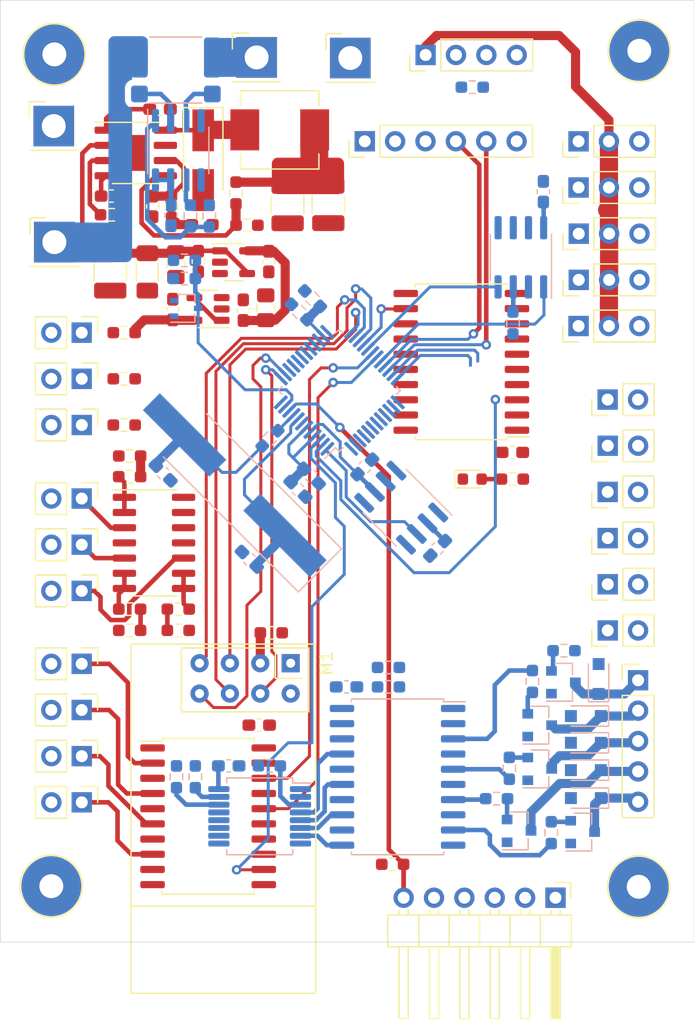
<source format=kicad_pcb>
(kicad_pcb (version 20211014) (generator pcbnew)
  (layers (0 "F.Cu" signal "Front") (31 "B.Cu" signal "Back") (34 "B.Paste" user) (35 "F.Paste" user) (36 "B.SilkS" user "B.Silkscreen") (37 "F.SilkS" user "F.Silkscreen") (38 "B.Mask" user) (39 "F.Mask" user) (44 "Edge.Cuts" user))
  (net 0 "")
  (net 1 "+5V")
  (net 2 "GND")
  (net 3 "+BATT")
  (net 4 "Net-(C8-Pad1)")
  (net 5 "Net-(C9-Pad1)")
  (net 6 "Net-(C9-Pad2)")
  (net 8 "Net-(C12-Pad1)")
  (net 9 "Net-(C13-Pad1)")
  (net 10 "+5VP")
  (net 11 "/output_stage/VCC_74HCT244")
  (net 12 "/MCU/VREF")
  (net 13 "Net-(C23-Pad2)")
  (net 14 "Net-(C24-Pad2)")
  (net 15 "/MCU/VBATT_MONITOR")
  (net 16 "/LED")
  (net 17 "Net-(D2-Pad2)")
  (net 18 "/output_stage/OUTPUT7_ODRAIN")
  (net 19 "/output_stage/OUTPUT8_ODRAIN")
  (net 20 "/output_stage/OUTPUT9_ODRAIN")
  (net 21 "/output_stage/OUTPUT10_ODRAIN")
  (net 22 "/output_stage/OUTPUT11_ODRAIN")
  (net 23 "/I2C_SDA")
  (net 24 "/I2C_SCL")
  (net 25 "/MCU/TEMP1")
  (net 26 "/MCU/TEMP2")
  (net 27 "/MCU/TEMP3")
  (net 28 "/analog_input_stage/V_MONITOR1")
  (net 29 "/analog_input_stage/V_MONITOR2")
  (net 30 "/analog_input_stage/V_MONITOR3")
  (net 31 "/input_stage/INPUT4")
  (net 32 "/input_stage/INPUT3")
  (net 33 "/input_stage/INPUT2")
  (net 34 "/input_stage/INPUT1")
  (net 35 "Net-(J29-Pad2)")
  (net 36 "Net-(J29-Pad3)")
  (net 37 "/SWDIO")
  (net 38 "/SWCLK")
  (net 39 "+3.3V")
  (net 40 "/~{RESET}")
  (net 41 "/output_stage/SERVO1_CMD")
  (net 42 "/output_stage/SERVO2_CMD")
  (net 43 "/output_stage/SERVO3_CMD")
  (net 44 "/output_stage/SERVO4_CMD")
  (net 45 "/output_stage/SERVO5_CMD")
  (net 46 "/output_stage/OUTPUT1_LVL")
  (net 47 "/output_stage/OUTPUT2_LVL")
  (net 48 "/output_stage/OUTPUT3_LVL")
  (net 49 "/output_stage/OUTPUT4_LVL")
  (net 50 "/output_stage/OUTPUT5_LVL")
  (net 51 "/output_stage/OUTPUT6_LVL")
  (net 53 "Net-(R26-Pad2)")
  (net 54 "/CE_NRF24L01")
  (net 55 "/~{CS_NRF24L01}")
  (net 56 "/SPI_SCK")
  (net 57 "/SPI_MOSI")
  (net 58 "/SPI_MISO")
  (net 59 "/IRQ_NRF24L01")
  (net 60 "Net-(Q1-Pad2)")
  (net 61 "Net-(Q2-Pad2)")
  (net 62 "Net-(Q3-Pad2)")
  (net 63 "Net-(Q4-Pad2)")
  (net 64 "Net-(Q5-Pad2)")
  (net 65 "/BAT_SENSE-")
  (net 66 "/BAT_SENSE+")
  (net 67 "/MCU/TX_EN")
  (net 68 "/MCU/EN_5V_PWR")
  (net 71 "Net-(R16-Pad2)")
  (net 72 "Net-(R17-Pad2)")
  (net 73 "Net-(R18-Pad2)")
  (net 75 "Net-(R22-Pad2)")
  (net 78 "/MCU/ADC_MONITOR1")
  (net 80 "Net-(R14-Pad2)")
  (net 81 "/MCU/ADC_MONITOR2")
  (net 82 "Net-(R33-Pad2)")
  (net 83 "/MCU/ADC_MONITOR3")
  (net 84 "Net-(R35-Pad2)")
  (net 85 "/MCU/ADC_CURRENT_MEAS")
  (net 86 "/MCU/USART_RX")
  (net 87 "/MCU/~{RX_EN}")
  (net 88 "/MCU/USART_TX")
  (net 89 "Net-(R34-Pad2)")
  (net 90 "Net-(R36-Pad2)")
  (net 91 "/MCU/PWM1")
  (net 92 "/MCU/PWM2")
  (net 93 "/MCU/PWM3")
  (net 94 "/MCU/PWM4")
  (net 95 "/MCU/OUTPUT3")
  (net 96 "/MCU/OUTPUT2")
  (net 97 "/MCU/OUTPUT1")
  (net 98 "/MCU/PWM5")
  (net 99 "/MCU/OUTPUT8")
  (net 100 "/MCU/OUTPUT9")
  (net 101 "/MCU/OUTPUT10")
  (net 102 "/MCU/OUTPUT11")
  (net 103 "/MCU/OUTPUT7")
  (net 104 "/MCU/OUTPUT6")
  (net 105 "/MCU/OUTPUT5")
  (net 106 "/MCU/OUTPUT4")
  (net 107 "/MCU/~{INT}")
  (net 108 "Net-(R32-Pad2)")
  (net 109 "/MCU/~{EN_VREF}")
  (net 112 "/MCU/INPUT4")
  (net 113 "/MCU/INPUT3")
  (net 114 "/MCU/INPUT2")
  (net 115 "/MCU/INPUT1")
  (net 117 "/GPIO1")
  (net 118 "/GPIO2")
  (net 119 "Net-(R28-Pad2)")
  (net 120 "Net-(R27-Pad2)")
  (net 122 "Net-(J1-Pad1)")
  (footprint "p_Package_SO:SOIC-8-1EP_3.9x4.9mm_P1.27mm_EP2.29x3mm" (layer "F.Cu") (at 61.3664 90.3347)
    (fp_text reference "U2" hide)
    (fp_text value "TPS54332" hide)
  )
  (footprint "p_Package_Capacitor_SMD:C_0603_1608Metric_Pad1.08x0.95mm_HandSolder" (layer "F.Cu") (at 72.4916 99.4156 -90)
    (fp_text reference "C10" hide)
    (fp_text value "4.7u" hide)
  )
  (footprint "p_Package_Misc:PinHeader_1x06_P2.54mm_Horizontal" (layer "F.Cu") (at 96.4692 152.6032 -90)
    (fp_text reference "J16" hide)
    (fp_text value "Conn_HE13_1x6_2.54H" hide)
  )
  (footprint "p_Package_SOT:SOT-23-5" (layer "F.Cu") (at 67.4116 103.378 180)
    (fp_text reference "U4" hide)
    (fp_text value "MCP1804T-3302I_O" hide)
  )
  (footprint "p_Package_Misc:PinHeader_1x06_P2.54mm_Vertical" (layer "F.Cu") (at 80.518 89.3572 90)
    (fp_text reference "J3" hide)
    (fp_text value "Conn_HE13_1x6_2.54V" hide)
  )
  (footprint "p_Package_SO:SO-14_3.9x8.65mm_P1.27mm" (layer "F.Cu") (at 62.8904 122.936)
    (fp_text reference "U5" hide)
    (fp_text value "LMV824AIYDT" hide)
  )
  (footprint "p_Package_Misc:PinHeader_1x03_P2.54mm_Vertical" (layer "F.Cu") (at 98.3996 89.3622 90)
    (fp_text reference "J17" hide)
    (fp_text value "Conn_HE13_1x3_2.54V" hide)
  )
  (footprint "p_Package_SO:SOIC-20W_7.5x12.8mm_P1.27mm" (layer "F.Cu") (at 88.5952 107.7976 180)
    (fp_text reference "U11" hide)
    (fp_text value "74HCT244" hide)
  )
  (footprint "p_Package_Resistor_SMD:R_0603_1608Metric_Pad0.98x0.95mm_HandSolder" (layer "F.Cu") (at 60.4012 109.22 180)
    (fp_text reference "R3" hide)
    (fp_text value "TBD" hide)
  )
  (footprint "p_Package_Resistor_SMD:R_0603_1608Metric_Pad0.98x0.95mm_HandSolder" (layer "F.Cu") (at 64.9224 130.2512 180)
    (fp_text reference "R21" hide)
    (fp_text value "TBD" hide)
  )
  (footprint "p_Package_Resistor_SMD:R_0603_1608Metric_Pad0.98x0.95mm_HandSolder" (layer "F.Cu") (at 60.8584 128.4732 180)
    (fp_text reference "R17" hide)
    (fp_text value "TBD" hide)
  )
  (footprint "p_Package_Resistor_SMD:R_0603_1608Metric_Pad0.98x0.95mm_HandSolder" (layer "F.Cu") (at 64.3636 94.8051 -90)
    (fp_text reference "R13" hide)
    (fp_text value "42.2k" hide)
  )
  (footprint "p_Package_Capacitor_SMD:C_0603_1608Metric_Pad1.08x0.95mm_HandSolder" (layer "F.Cu") (at 62.7888 94.8051 -90)
    (fp_text reference "C12" hide)
    (fp_text value "33p" hide)
  )
  (footprint "p_Package_Capacitor_SMD:C_0603_1608Metric_Pad1.08x0.95mm_HandSolder" (layer "F.Cu") (at 71.6907 138.1728 180)
    (fp_text reference "C17" hide)
    (fp_text value "100n" hide)
  )
  (footprint "p_Package_Resistor_SMD:R_0603_1608Metric_Pad0.98x0.95mm_HandSolder" (layer "F.Cu") (at 60.8584 130.2512)
    (fp_text reference "R20" hide)
    (fp_text value "TBD" hide)
  )
  (footprint "p_Package_Resistor_SMD:R_0603_1608Metric_Pad0.98x0.95mm_HandSolder" (layer "F.Cu") (at 64.9224 128.4732)
    (fp_text reference "R18" hide)
    (fp_text value "TBD" hide)
  )
  (footprint "p_Package_Capacitor_SMD:C_0603_1608Metric_Pad1.08x0.95mm_HandSolder" (layer "F.Cu") (at 63.3984 86.6771 180)
    (fp_text reference "C9" hide)
    (fp_text value "100n" hide)
  )
  (footprint "p_Package_Capacitor_SMD:C_0603_1608Metric_Pad1.08x0.95mm_HandSolder" (layer "F.Cu") (at 64.4652 103.4288 90)
    (fp_text reference "C11" hide)
    (fp_text value "4.7u" hide)
  )
  (footprint "p_Package_SOT:SOT-23-5" (layer "F.Cu") (at 69.5452 99.4664)
    (fp_text reference "U3" hide)
    (fp_text value "MCP1804T-5002I_O" hide)
  )
  (footprint "p_Package_Capacitor_SMD:C_0805_2012Metric_Pad1.18x1.45mm_HandSolder" (layer "F.Cu") (at 64.7192 99.6696 -90)
    (fp_text reference "C3" hide)
    (fp_text value "4.7u" hide)
  )
  (footprint "p_Package_Capacitor_SMD:C_0603_1608Metric_Pad1.08x0.95mm_HandSolder" (layer "F.Cu") (at 59.3344 93.9415)
    (fp_text reference "C8" hide)
    (fp_text value "8.2n" hide)
  )
  (footprint "p_Package_Misc:PinHeader_1x02_P2.54mm_Vertical" (layer "F.Cu") (at 56.8452 119.2276 -90)
    (fp_text reference "J7" hide)
    (fp_text value "Conn_HE13_1x2_2.54V" hide)
  )
  (footprint "p_Package_Misc:PinHeader_1x02_P2.54mm_Vertical" (layer "F.Cu") (at 56.8452 109.22 -90)
    (fp_text reference "J5" hide)
    (fp_text value "Conn_HE13_1x2_2.54V" hide)
  )
  (footprint "p_Package_Capacitor_SMD:C_1210_3225Metric_Pad1.33x2.70mm_HandSolder" (layer "F.Cu") (at 77.47 94.6404 -90)
    (fp_text reference "C15" hide)
    (fp_text value "47u" hide)
  )
  (footprint "p_Package_Resistor_SMD:R_0603_1608Metric_Pad0.98x0.95mm_HandSolder" (layer "F.Cu") (at 70.6647 96.3799)
    (fp_text reference "R15" hide)
    (fp_text value "2k" hide)
  )
  (footprint "p_Package_Resistor_SMD:R_0603_1608Metric_Pad0.98x0.95mm_HandSolder" (layer "F.Cu") (at 92.8624 117.602)
    (fp_text reference "R7" hide)
    (fp_text value "270" hide)
  )
  (footprint "p_Package_Misc:PinHeader_1x05_P2.54mm_Vertical" (layer "F.Cu") (at 103.378 134.4218)
    (fp_text reference "J28" hide)
    (fp_text value "Conn_HE13_1x5_2.54V" hide)
  )
  (footprint "p_Package_Misc:PinHeader_1x01_P5.08mm_Vertical" (layer "F.Cu") (at 71.4756 82.3468)
    (fp_text reference "J1" hide)
    (fp_text value "Conn_HE13_1x1_5.08V" hide)
  )
  (footprint "p_Package_Misc:Drill_hole_5mm" (layer "F.Cu") (at 54.5592 82.0928)
    (fp_text reference "H1" hide)
    (fp_text value "drill_hole_5mm" hide)
  )
  (footprint "p_Package_Diode_SMD:LED_0603_1608Metric" (layer "F.Cu") (at 89.5077 117.602)
    (fp_text reference "D2" hide)
    (fp_text value "LED_R" hide)
  )
  (footprint "p_Package_Misc:PinHeader_1x01_P5.08mm_Vertical" (layer "F.Cu") (at 54.5592 97.79)
    (fp_text reference "J15" hide)
    (fp_text value "Conn_HE13_1x1_5.08V" hide)
  )
  (footprint "p_Package_Misc:PinHeader_1x02_P2.54mm_Vertical" (layer "F.Cu") (at 100.833 118.6738 90)
    (fp_text reference "J24" hide)
    (fp_text value "Conn_HE13_1x2_2.54V" hide)
  )
  (footprint "p_Package_Capacitor_SMD:C_1206_3216Metric_Pad1.33x1.80mm_HandSolder" (layer "F.Cu") (at 62.3316 100.2792 -90)
    (fp_text reference "C5" hide)
    (fp_text value "10u" hide)
  )
  (footprint "p_Package_Misc:PinHeader_1x03_P2.54mm_Vertical" (layer "F.Cu") (at 98.4146 100.9446 90)
    (fp_text reference "J20" hide)
    (fp_text value "Conn_HE13_1x3_2.54V" hide)
  )
  (footprint "p_Package_Resistor_SMD:R_0603_1608Metric_Pad0.98x0.95mm_HandSolder" (layer "F.Cu") (at 72.6967 130.4544 180)
    (fp_text reference "R9" hide)
    (fp_text value "100k" hide)
  )
  (footprint "p_Package_SO:SOIC-20W_7.5x12.8mm_P1.27mm" (layer "F.Cu") (at 67.4224 145.7928)
    (fp_text reference "U7" hide)
    (fp_text value "74HCT244" hide)
  )
  (footprint "p_Package_Capacitor_SMD:C_1210_3225Metric_Pad1.33x2.70mm_HandSolder" (layer "F.Cu") (at 59.2328 100.2792 -90)
    (fp_text reference "C2" hide)
    (fp_text value "22u" hide)
  )
  (footprint "p_Package_Capacitor_SMD:C_0603_1608Metric_Pad1.08x0.95mm_HandSolder" (layer "F.Cu") (at 92.8624 115.3668)
    (fp_text reference "C25" hide)
    (fp_text value "100n" hide)
  )
  (footprint "p_Package_Misc:PinHeader_1x02_P2.54mm_Vertical" (layer "F.Cu") (at 100.838 130.2562 90)
    (fp_text reference "J27" hide)
    (fp_text value "Conn_HE13_1x2_2.54V" hide)
  )
  (footprint "p_Package_Misc:PinHeader_1x03_P2.54mm_Vertical" (layer "F.Cu") (at 98.3996 104.8054 90)
    (fp_text reference "J21" hide)
    (fp_text value "Conn_HE13_1x3_2.54V" hide)
  )
  (footprint "p_Package_Misc:PinHeader_1x02_P2.54mm_Vertical" (layer "F.Cu") (at 56.8502 144.6276 -90)
    (fp_text reference "J13" hide)
    (fp_text value "Conn_HE13_1x2_2.54V" hide)
  )
  (footprint "p_Package_Modules:nRF24L01_Breakout" (layer "F.Cu") (at 74.3204 132.9944 -90)
    (fp_text reference "M1")
    (fp_text value "nRF24L01")
  )
  (footprint "p_Package_Capacitor_SMD:C_1210_3225Metric_Pad1.33x2.70mm_HandSolder" (layer "F.Cu") (at 74.0664 94.6527 -90)
    (fp_text reference "C14" hide)
    (fp_text value "47u" hide)
  )
  (footprint "p_Package_Resistor_SMD:R_0603_1608Metric_Pad0.98x0.95mm_HandSolder" (layer "F.Cu") (at 59.3344 95.504)
    (fp_text reference "R12" hide)
    (fp_text value "100k" hide)
  )
  (footprint "p_Package_Misc:PinHeader_1x02_P2.54mm_Vertical" (layer "F.Cu") (at 100.838 126.3954 90)
    (fp_text reference "J26" hide)
    (fp_text value "Conn_HE13_1x2_2.54V" hide)
  )
  (footprint "p_Package_Misc:Drill_hole_5mm" (layer "F.Cu") (at 103.4288 151.6888)
    (fp_text reference "H3" hide)
    (fp_text value "drill_hole_5mm" hide)
  )
  (footprint "p_Package_Misc:PinHeader_1x02_P2.54mm_Vertical" (layer "F.Cu") (at 56.8452 105.3592 -90)
    (fp_text reference "J4" hide)
    (fp_text value "Conn_HE13_1x2_2.54V" hide)
  )
  (footprint "p_Package_Misc:PinHeader_1x02_P2.54mm_Vertical" (layer "F.Cu") (at 56.8452 126.9492 -90)
    (fp_text reference "J9" hide)
    (fp_text value "Conn_HE13_1x2_2.54V" hide)
  )
  (footprint "p_Package_Misc:PinHeader_1x01_P5.08mm_Vertical" (layer "F.Cu") (at 54.5084 88.0872)
    (fp_text reference "J14" hide)
    (fp_text value "Conn_HE13_1x1_5.08V" hide)
  )
  (footprint "p_Package_Resistor_SMD:R_0603_1608Metric_Pad0.98x0.95mm_HandSolder" (layer "F.Cu") (at 60.4012 105.3592 180)
    (fp_text reference "R2" hide)
    (fp_text value "TBD" hide)
  )
  (footprint "p_Package_Diode_SMD:D_SMA_Handsoldering" (layer "F.Cu") (at 67.0052 90.9443 -90)
    (fp_text reference "D3" hide)
    (fp_text value "B340A" hide)
  )
  (footprint "p_Package_Misc:Drill_hole_5mm" (layer "F.Cu") (at 103.4796 81.793)
    (fp_text reference "H2" hide)
    (fp_text value "drill_hole_5mm" hide)
  )
  (footprint "p_Package_Misc:PinHeader_1x02_P2.54mm_Vertical" (layer "F.Cu") (at 56.8502 140.7668 -90)
    (fp_text reference "J12" hide)
    (fp_text value "Conn_HE13_1x2_2.54V" hide)
  )
  (footprint "p_Package_Capacitor_SMD:C_0603_1608Metric_Pad1.08x0.95mm_HandSolder" (layer "F.Cu") (at 66.9036 96.3291)
    (fp_text reference "C13" hide)
    (fp_text value "1n" hide)
  )
  (footprint "p_Package_Inductor_SMD:L_Vishay_IHLP-2525" (layer "F.Cu") (at 73.406 88.4043)
    (fp_text reference "L1" hide)
    (fp_text value "3.3u" hide)
  )
  (footprint "p_Package_Misc:PinHeader_1x02_P2.54mm_Vertical" (layer "F.Cu") (at 56.8452 123.0884 -90)
    (fp_text reference "J8" hide)
    (fp_text value "Conn_HE13_1x2_2.54V" hide)
  )
  (footprint "p_Package_Misc:PinHeader_1x02_P2.54mm_Vertical" (layer "F.Cu") (at 56.8502 113.0808 -90)
    (fp_text reference "J6" hide)
    (fp_text value "Conn_HE13_1x2_2.54V" hide)
  )
  (footprint "p_Package_Misc:Drill_hole_5mm" (layer "F.Cu") (at 54.3052 151.638)
    (fp_text reference "H4" hide)
    (fp_text value "drill_hole_5mm" hide)
  )
  (footprint "p_Package_Capacitor_SMD:C_0805_2012Metric_Pad1.18x1.45mm_HandSolder" (layer "F.Cu") (at 72.2376 103.2764 90)
    (fp_text reference "C4" hide)
    (fp_text value "4.7u" hide)
  )
  (footprint "p_Package_Misc:PinHeader_1x02_P2.54mm_Vertical" (layer "F.Cu") (at 100.838 114.813 90)
    (fp_text reference "J23" hide)
    (fp_text value "Conn_HE13_1x2_2.54V" hide)
  )
  (footprint "p_Package_Resistor_SMD:R_0603_1608Metric_Pad0.98x0.95mm_HandSolder" (layer "F.Cu") (at 82.8529 149.8092)
    (fp_text reference "R8" hide)
    (fp_text value "10k" hide)
  )
  (footprint "p_Package_Misc:PinHeader_1x02_P2.54mm_Vertical" (layer "F.Cu") (at 100.833 122.5346 90)
    (fp_text reference "J25" hide)
    (fp_text value "Conn_HE13_1x2_2.54V" hide)
  )
  (footprint "p_Package_Resistor_SMD:R_0603_1608Metric_Pad0.98x0.95mm_HandSolder" (layer "F.Cu") (at 60.8603 115.6716)
    (fp_text reference "R19" hide)
    (fp_text value "TBD" hide)
  )
  (footprint "p_Package_Capacitor_SMD:C_0603_1608Metric_Pad1.08x0.95mm_HandSolder" (layer "F.Cu") (at 70.358 103.4796 90)
    (fp_text reference "C7" hide)
    (fp_text value "1u" hide)
  )
  (footprint "p_Package_Misc:PinHeader_1x02_P2.54mm_Vertical" (layer "F.Cu") (at 100.833 110.9522 90)
    (fp_text reference "J22" hide)
    (fp_text value "Conn_HE13_1x2_2.54V" hide)
  )
  (footprint "p_Package_Misc:PinHeader_1x02_P2.54mm_Vertical" (layer "F.Cu") (at 56.8452 133.0452 -90)
    (fp_text reference "J10" hide)
    (fp_text value "Conn_HE13_1x2_2.54V" hide)
  )
  (footprint "p_Package_Resistor_SMD:R_0603_1608Metric_Pad0.98x0.95mm_HandSolder" (layer "F.Cu") (at 69.7484 93.6875 -90)
    (fp_text reference "R14" hide)
    (fp_text value "10k" hide)
  )
  (footprint "p_Package_Misc:PinHeader_1x03_P2.54mm_Vertical" (layer "F.Cu") (at 98.3996 93.223 90)
    (fp_text reference "J18" hide)
    (fp_text value "Conn_HE13_1x3_2.54V" hide)
  )
  (footprint "p_Package_Resistor_SMD:R_0603_1608Metric_Pad0.98x0.95mm_HandSolder" (layer "F.Cu") (at 60.8584 117.3988 180)
    (fp_text reference "R16" hide)
    (fp_text value "TBD" hide)
  )
  (footprint "p_Package_Misc:PinHeader_1x01_P5.08mm_Vertical" (layer "F.Cu") (at 79.3088 82.3976)
    (fp_text reference "J2" hide)
    (fp_text value "Conn_HE13_1x1_5.08V" hide)
  )
  (footprint "p_Package_Misc:PinHeader_1x03_P2.54mm_Vertical" (layer "F.Cu") (at 98.4146 97.0838 90)
    (fp_text reference "J19" hide)
    (fp_text value "Conn_HE13_1x3_2.54V" hide)
  )
  (footprint "p_Package_Misc:PinHeader_1x02_P2.54mm_Vertical" (layer "F.Cu") (at 56.8452 136.906 -90)
    (fp_text reference "J11" hide)
    (fp_text value "Conn_HE13_1x2_2.54V" hide)
  )
  (footprint "p_Package_Resistor_SMD:R_0603_1608Metric_Pad0.98x0.95mm_HandSolder" (layer "F.Cu") (at 60.4012 113.0808 180)
    (fp_text reference "R5" hide)
    (fp_text value "TBD" hide)
  )
  (footprint "p_Package_Misc:PinHeader_1x04_P2.54mm_Vertical" (layer "F.Cu") (at 85.608 82.1436 90)
    (fp_text reference "J29" hide)
    (fp_text value "Conn_HE13_1x4_2.54V" hide)
  )
  (footprint "p_Package_Capacitor_SMD:C_0603_1608Metric_Pad1.08x0.95mm_HandSolder" (layer "F.Cu") (at 66.5988 99.4156 -90)
    (fp_text reference "C6" hide)
    (fp_text value "1u" hide)
  )
  (footprint "p_Package_Resistor_SMD:R_0603_1608Metric_Pad0.98x0.95mm_HandSolder" (layer "B.Cu") (at 65.4323 100.838)
    (fp_text reference "R6" hide)
    (fp_text value "33k" hide)
  )
  (footprint "p_Package_SO:SOIC-8_3.9x4.9mm_P1.27mm" (layer "B.Cu") (at 64.9224 90.1192 -90)
    (fp_text reference "U6" hide)
    (fp_text value "MCP6N11-001E_SN" hide)
  )
  (footprint "p_Package_Resistor_SMD:R_0603_1608Metric_Pad0.98x0.95mm_HandSolder" (layer "B.Cu") (at 96.1136 147.1676 -90)
    (fp_text reference "R36" hide)
    (fp_text value "10k" hide)
  )
  (footprint "p_Package_SO:SSOP-16_5.3x6.2mm_P0.65mm" (layer "B.Cu") (at 71.7296 145.796 180)
    (fp_text reference "U8" hide)
    (fp_text value "TCA9538" hide)
  )
  (footprint "p_Package_Resistor_SMD:R_0603_1608Metric_Pad0.98x0.95mm_HandSolder" (layer "B.Cu") (at 65.9384 95.6056 -90)
    (fp_text reference "R22" hide)
    (fp_text value "R_0603" hide)
  )
  (footprint "p_Package_Capacitor_SMD:C_0603_1608Metric_Pad1.08x0.95mm_HandSolder" (layer "B.Cu") (at 95.4532 93.5736 90)
    (fp_text reference "C1" hide)
    (fp_text value "1u" hide)
  )
  (footprint "p_Package_Resistor_SMD:R_0603_1608Metric_Pad0.98x0.95mm_HandSolder" (layer "B.Cu") (at 76.1492 102.5144 -45)
    (fp_text reference "R28" hide)
    (fp_text value "100k" hide)
  )
  (footprint "p_Package_SOT:SOT-23" (layer "B.Cu") (at 95.1484 138.176)
    (fp_text reference "Q2" hide)
    (fp_text value "BC848B" hide)
  )
  (footprint "p_Package_SOT:SOT-23" (layer "B.Cu") (at 97.1296 134.5892)
    (fp_text reference "Q1" hide)
    (fp_text value "BC848B" hide)
  )
  (footprint "p_Package_QFP:LQFP-48_7x7mm_P0.5mm" (layer "B.Cu") (at 78.3844 110.1852 45)
    (fp_text reference "U10" hide)
    (fp_text value "STM32G030_C8" hide)
  )
  (footprint "p_Package_Capacitor_SMD:C_0603_1608Metric_Pad1.08x0.95mm_HandSolder" (layer "B.Cu") (at 70.86572 124.30732 -45)
    (fp_text reference "C23" hide)
    (fp_text value "DNP" hide)
  )
  (footprint "p_Package_Resistor_SMD:R_0603_1608Metric_Pad0.98x0.95mm_HandSolder" (layer "B.Cu") (at 97.1785 131.9476)
    (fp_text reference "R32" hide)
    (fp_text value "10k" hide)
  )
  (footprint "p_Package_Diode_SMD:D_SOD-323_HandSoldering" (layer "B.Cu") (at 99.0092 144.272 180)
    (fp_text reference "D8" hide)
    (fp_text value "1N4148WS" hide)
  )
  (footprint "p_Package_Resistor_SMD:R_0603_1608Metric_Pad0.98x0.95mm_HandSolder" (layer "B.Cu") (at 64.77 142.494 -90)
    (fp_text reference "R24" hide)
    (fp_text value "10k" hide)
  )
  (footprint "p_Package_Resistor_SMD:R_0603_1608Metric_Pad0.98x0.95mm_HandSolder" (layer "B.Cu") (at 66.3448 142.494 -90)
    (fp_text reference "R25" hide)
    (fp_text value "10k" hide)
  )
  (footprint "p_Package_Resistor_SMD:R_0603_1608Metric_Pad0.98x0.95mm_HandSolder" (layer "B.Cu") (at 89.5096 84.836)
    (fp_text reference "R11" hide)
    (fp_text value "120" hide)
  )
  (footprint "p_Package_Capacitor_SMD:C_0603_1608Metric_Pad1.08x0.95mm_HandSolder" (layer "B.Cu") (at 78.994 134.9756 180)
    (fp_text reference "C26" hide)
    (fp_text value "100n" hide)
  )
  (footprint "p_Package_Capacitor_SMD:C_0603_1608Metric_Pad1.08x0.95mm_HandSolder" (layer "B.Cu") (at 80.518 116.586 45)
    (fp_text reference "C22" hide)
    (fp_text value "100n" hide)
  )
  (footprint "p_Package_Capacitor_SMD:C_0603_1608Metric_Pad1.08x0.95mm_HandSolder" (layer "B.Cu") (at 74.93028 118.46588 -45)
    (fp_text reference "C18" hide)
    (fp_text value "1u" hide)
  )
  (footprint "p_Package_Diode_SMD:D_SOD-323_HandSoldering" (layer "B.Cu") (at 99.0092 139.6492 180)
    (fp_text reference "D6" hide)
    (fp_text value "1N4148WS" hide)
  )
  (footprint "p_Package_Resistor_SMD:R_0603_1608Metric_Pad0.98x0.95mm_HandSolder" (layer "B.Cu") (at 92.6084 141.7809 -90)
    (fp_text reference "R34" hide)
    (fp_text value "10k" hide)
  )
  (footprint "p_Package_SO:SOIC-8_3.9x4.9mm_P1.27mm" (layer "B.Cu") (at 93.5736 99.06 90)
    (fp_text reference "U1" hide)
    (fp_text value "MAX487CSA_ESA" hide)
  )
  (footprint "p_Package_SOT:SOT-23" (layer "B.Cu") (at 93.4212 147.0152)
    (fp_text reference "Q4" hide)
    (fp_text value "BC848B" hide)
  )
  (footprint "p_Package_Resistor_SMD:R_0603_1608Metric_Pad0.98x0.95mm_HandSolder" (layer "B.Cu") (at 92.9132 104.5445 -90)
    (fp_text reference "R10" hide)
    (fp_text value "100k" hide)
  )
  (footprint "p_Package_Capacitor_SMD:C_0603_1608Metric_Pad1.08x0.95mm_HandSolder" (layer "B.Cu") (at 64.3128 95.5548 -90)
    (fp_text reference "C16" hide)
    (fp_text value "100n" hide)
  )
  (footprint "p_Package_Capacitor_SMD:C_0603_1608Metric_Pad1.08x0.95mm_HandSolder" (layer "B.Cu") (at 69.1388 141.5796)
    (fp_text reference "C20" hide)
    (fp_text value "100n" hide)
  )
  (footprint "p_Package_Resistor_SMD:R_0603_1608Metric_Pad0.98x0.95mm_HandSolder" (layer "B.Cu") (at 82.5011 134.9756)
    (fp_text reference "R31" hide)
    (fp_text value "DNP" hide)
  )
  (footprint "p_Package_Resistor_SMD:R_2512_6332Metric_shunt" (layer "B.Cu") (at 64.7192 82.3543)
    (fp_text reference "R1" hide)
    (fp_text value "R_shunt_2512" hide)
  )
  (footprint "p_Package_Resistor_SMD:R_0603_1608Metric_Pad0.98x0.95mm_HandSolder" (layer "B.Cu") (at 82.4992 133.35)
    (fp_text reference "R30" hide)
    (fp_text value "0" hide)
  )
  (footprint "p_Package_SO:SOIC-20W_7.5x12.8mm_P1.27mm" (layer "B.Cu") (at 83.2612 142.494 180)
    (fp_text reference "U12" hide)
    (fp_text value "74HCT244" hide)
  )
  (footprint "p_Package_Resistor_SMD:R_0603_1608Metric_Pad0.98x0.95mm_HandSolder" (layer "B.Cu") (at 72.5932 114.1984 45)
    (fp_text reference "R27" hide)
    (fp_text value "0" hide)
  )
  (footprint "p_Package_SOT:SOT-323" (layer "B.Cu") (at 65.5828 103.3272)
    (fp_text reference "D1" hide)
    (fp_text value "BAT54SW" hide)
  )
  (footprint "p_Package_Resistor_SMD:R_0603_1608Metric_Pad0.98x0.95mm_HandSolder" (layer "B.Cu") (at 65.4323 99.314 180)
    (fp_text reference "R4" hide)
    (fp_text value "120k" hide)
  )
  (footprint "p_Package_Resistor_SMD:R_0603_1608Metric_Pad0.98x0.95mm_HandSolder" (layer "B.Cu") (at 91.5435 144.3228 180)
    (fp_text reference "R35" hide)
    (fp_text value "10k" hide)
  )
  (footprint "p_Package_Capacitor_SMD:C_0603_1608Metric_Pad1.08x0.95mm_HandSolder" (layer "B.Cu") (at 63.6524 117.094 135)
    (fp_text reference "C24" hide)
    (fp_text value "DNP" hide)
  )
  (footprint "p_Package_Diode_SMD:D_SOD-323_HandSoldering" (layer "B.Cu") (at 99.0092 141.9352 180)
    (fp_text reference "D7" hide)
    (fp_text value "1N4148WS" hide)
  )
  (footprint "p_Package_Resistor_SMD:R_0603_1608Metric_Pad0.98x0.95mm_HandSolder" (layer "B.Cu") (at 67.5132 95.6056 90)
    (fp_text reference "R23" hide)
    (fp_text value "R_0603" hide)
  )
  (footprint "p_Package_Resistor_SMD:R_0603_1608Metric_Pad0.98x0.95mm_HandSolder" (layer "B.Cu") (at 75.0316 103.632 -45)
    (fp_text reference "R29" hide)
    (fp_text value "100k" hide)
  )
  (footprint "p_Package_Resistor_SMD:R_0603_1608Metric_Pad0.98x0.95mm_HandSolder" (layer "B.Cu") (at 72.5424 141.5796)
    (fp_text reference "R26" hide)
    (fp_text value "10k" hide)
  )
  (footprint "p_Package_SOT:SOT-23" (layer "B.Cu") (at 95.1484 141.8336)
    (fp_text reference "Q3" hide)
    (fp_text value "BC848B" hide)
  )
  (footprint "p_Package_SO:SOIC-8_3.9x4.9mm_P1.27mm" (layer "B.Cu") (at 83.566 119.9896 135)
    (fp_text reference "U9" hide)
    (fp_text value "REF193GSZ" hide)
  )
  (footprint "p_Package_Capacitor_SMD:C_0603_1608Metric_Pad1.08x0.95mm_HandSolder" (layer "B.Cu") (at 86.614 123.3932 -135)
    (fp_text reference "C21" hide)
    (fp_text value "100n" hide)
  )
  (footprint "p_Package_Misc:Crystal_SMD_HC49-SD_HandSoldering" (layer "B.Cu") (at 69.6468 118.11 135)
    (fp_text reference "Y1" hide)
    (fp_text value "Crystal_HC49CMS" hide)
  )
  (footprint "p_Package_Resistor_SMD:R_0603_1608Metric_Pad0.98x0.95mm_HandSolder" (layer "B.Cu") (at 94.5388 134.5203 90)
    (fp_text reference "R33" hide)
    (fp_text value "10k" hide)
  )
  (footprint "p_Package_Diode_SMD:D_SOD-323_HandSoldering" (layer "B.Cu") (at 100.076 134.3152 90)
    (fp_text reference "D4" hide)
    (fp_text value "1N4148WS" hide)
  )
  (footprint "p_Package_Capacitor_SMD:C_0603_1608Metric_Pad1.08x0.95mm_HandSolder" (layer "B.Cu") (at 76.0476 117.348 -45)
    (fp_text reference "C19" hide)
    (fp_text value "100n" hide)
  )
  (footprint "p_Package_Diode_SMD:D_SOD-323_HandSoldering" (layer "B.Cu") (at 99.0092 137.414 180)
    (fp_text reference "D5" hide)
    (fp_text value "1N4148WS" hide)
  )
  (footprint "p_Package_SOT:SOT-23" (layer "B.Cu") (at 98.7392 147.1168)
    (fp_text reference "Q5" hide)
    (fp_text value "BC848B" hide)
  )
  (gr_rect (start 50.038 77.5716) (end 108.0516 156.3116) (layer "Edge.Cuts") (width 0.05) (fill none))
  (segment (start 70.358 104.3421) (end 72.2094 104.3421) (width 0.762) (layer "F.Cu") (net 1))
  (segment (start 72.4916 98.5531) (end 72.8991 98.5531) (width 0.762) (layer "F.Cu") (net 1))
  (segment (start 68.5491 104.328) (end 68.072218 104.328) (width 0.381) (layer "F.Cu") (net 1))
  (segment (start 66.2741 102.529882) (end 66.2741 102.428) (width 0.381) (layer "F.Cu") (net 1))
  (segment (start 68.072218 104.328) (end 66.2741 102.529882) (width 0.381) (layer "F.Cu") (net 1))
  (segment (start 70.6827 98.5164) (end 72.4549 98.5164) (width 0.762) (layer "F.Cu") (net 1))
  (segment (start 72.8991 98.5531) (end 73.8632 99.5172) (width 0.762) (layer "F.Cu") (net 1))
  (segment (start 72.4549 98.5164) (end 72.4916 98.5531) (width 0.762) (layer "F.Cu") (net 1))
  (segment (start 73.8632 103.4796) (end 73.0289 104.3139) (width 0.762) (layer "F.Cu") (net 1))
  (segment (start 72.2094 104.3421) (end 72.2376 104.3139) (width 0.762) (layer "F.Cu") (net 1))
  (segment (start 73.8632 99.5172) (end 73.8632 103.4796) (width 0.762) (layer "F.Cu") (net 1))
  (segment (start 73.0289 104.3139) (end 72.2376 104.3139) (width 0.762) (layer "F.Cu") (net 1))
  (segment (start 95.4786 94.4615) (end 95.4532 94.4361) (width 0.381) (layer "B.Cu") (net 1))
  (segment (start 95.4786 96.585) (end 95.4786 94.4615) (width 0.381) (layer "B.Cu") (net 1))
  (segment (start 60.1969 95.454) (end 60.2469 95.504) (width 0.762) (layer "F.Cu") (net 2))
  (segment (start 62.0014 89.6997) (end 61.3664 90.3347) (width 0.762) (layer "F.Cu") (net 2))
  (segment (start 60.1969 93.9415) (end 60.4397 93.9415) (width 0.762) (layer "F.Cu") (net 2))
  (segment (start 62.6252 95.504) (end 62.7888 95.6676) (width 0.762) (layer "F.Cu") (net 2))
  (segment (start 66.8659 92.5557) (end 66.8274 92.5942) (width 0.381) (layer "B.Cu") (net 2))
  (segment (start 62.3316 98.7167) (end 64.6346 98.7167) (width 0.762) (layer "F.Cu") (net 3))
  (segment (start 59.2328 98.7167) (end 55.4859 98.7167) (width 1.524) (layer "F.Cu") (net 3))
  (segment (start 64.6346 98.7167) (end 64.7192 98.6321) (width 0.762) (layer "F.Cu") (net 3))
  (segment (start 54.5715 97.8023) (end 54.5592 97.79) (width 0.762) (layer "F.Cu") (net 3))
  (segment (start 56.896 90.3732) (end 57.5695 89.6997) (width 0.381) (layer "F.Cu") (net 3))
  (segment (start 68.884582 98.5164) (end 68.4077 98.5164) (width 0.381) (layer "F.Cu") (net 3))
  (segment (start 62.3316 98.7167) (end 59.2328 98.7167) (width 0.762) (layer "F.Cu") (net 3))
  (segment (start 66.5988 98.5531) (end 64.7982 98.5531) (width 0.762) (layer "F.Cu") (net 3))
  (segment (start 66.6355 98.5164) (end 66.5988 98.5531) (width 0.381) (layer "F.Cu") (net 3))
  (segment (start 64.7982 98.5531) (end 64.7192 98.6321) (width 0.762) (layer "F.Cu") (net 3))
  (segment (start 70.6827 100.4164) (end 70.6827 100.314518) (width 0.381) (layer "F.Cu") (net 3))
  (segment (start 59.2328 98.7167) (end 56.896 96.3799) (width 0.381) (layer "F.Cu") (net 3))
  (segment (start 68.4077 98.5164) (end 66.6355 98.5164) (width 0.381) (layer "F.Cu") (net 3))
  (segment (start 55.4859 98.7167) (end 54.5592 97.79) (width 1.524) (layer "F.Cu") (net 3))
  (segment (start 57.5695 89.6997) (end 58.8914 89.6997) (width 0.381) (layer "F.Cu") (net 3))
  (segment (start 56.896 96.3799) (end 56.896 90.3732) (width 0.381) (layer "F.Cu") (net 3))
  (segment (start 70.6827 100.314518) (end 68.884582 98.5164) (width 0.381) (layer "F.Cu") (net 3))
  (segment (start 58.4719 92.6592) (end 58.8914 92.2397) (width 0.381) (layer "F.Cu") (net 4))
  (segment (start 58.4719 93.9415) (end 58.4719 92.6592) (width 0.381) (layer "F.Cu") (net 4))
  (segment (start 64.2609 86.6771) (end 64.2609 88.0102) (width 0.381) (layer "F.Cu") (net 5))
  (segment (start 64.2609 88.0102) (end 63.8414 88.4297) (width 0.381) (layer "F.Cu") (net 5))
  (segment (start 63.8414 88.4297) (end 66.9906 88.4297) (width 0.381) (layer "F.Cu") (net 5))
  (segment (start 66.9906 88.4297) (end 67.0052 88.4443) (width 0.381) (layer "F.Cu") (net 5))
  (segment (start 70.485 88.4043) (end 67.0452 88.4043) (width 1.524) (layer "F.Cu") (net 5))
  (segment (start 67.0452 88.4043) (end 67.0052 88.4443) (width 1.524) (layer "F.Cu") (net 5))
  (segment (start 59.6777 86.6771) (end 62.5359 86.6771) (width 0.381) (layer "F.Cu") (net 6))
  (segment (start 58.8914 87.4634) (end 59.6777 86.6771) (width 0.381) (layer "F.Cu") (net 6))
  (segment (start 58.8914 88.4297) (end 58.8914 87.4634) (width 0.381) (layer "F.Cu") (net 6))
  (segment (start 65.3796 91.5924) (end 65.3796 92.8766) (width 0.381) (layer "F.Cu") (net 8))
  (segment (start 65.3796 92.8766) (end 64.3636 93.8926) (width 0.381) (layer "F.Cu") (net 8))
  (segment (start 62.7888 93.9426) (end 64.3136 93.9426) (width 0.762) (layer "F.Cu") (net 8))
  (segment (start 64.3136 93.9426) (end 64.3636 93.8926) (width 0.762) (layer "F.Cu") (net 8))
  (segment (start 63.8414 90.9697) (end 64.7569 90.9697) (width 0.381) (layer "F.Cu") (net 8))
  (segment (start 64.7569 90.9697) (end 65.3796 91.5924) (width 0.381) (layer "F.Cu") (net 8))
  (segment (start 64.9347 96.3291) (end 66.0411 96.3291) (width 0.762) (layer "F.Cu") (net 9))
  (segment (start 64.3636 95.758) (end 64.9347 96.3291) (width 0.762) (layer "F.Cu") (net 9))
  (segment (start 64.3636 95.7176) (end 64.3636 95.758) (width 0.762) (layer "F.Cu") (net 9))
  (segment (start 86.5124 80.518) (end 96.774 80.518) (width 0.762) (layer "F.Cu") (net 10))
  (segment (start 69.7484 92.775) (end 73.7512 92.775) (width 0.762) (layer "F.Cu") (net 10))
  (segment (start 100.9546 97.0838) (end 100.9546 100.9446) (width 1.524) (layer "F.Cu") (net 10))
  (segment (start 100.9396 87.5792) (end 98.1456 84.7852) (width 0.762) (layer "F.Cu") (net 10))
  (segment (start 100.9396 94.9452) (end 100.9396 97.0688) (width 1.524) (layer "F.Cu") (net 10))
  (segment (start 73.7512 92.775) (end 74.0664 93.0902) (width 0.762) (layer "F.Cu") (net 10))
  (segment (start 100.9396 97.0688) (end 100.9546 97.0838) (width 1.524) (layer "F.Cu") (net 10))
  (segment (start 100.9396 89.3622) (end 100.9396 87.5792) (width 0.762) (layer "F.Cu") (net 10))
  (segment (start 100.9396 93.223) (end 100.9396 94.9452) (width 1.524) (layer "F.Cu") (net 10))
  (segment (start 85.608 82.1436) (end 85.608 81.4224) (width 0.762) (layer "F.Cu") (net 10))
  (segment (start 100.7872 95.0976) (end 100.9396 94.9452) (width 1.524) (layer "F.Cu") (net 10))
  (segment (start 98.1456 81.8896) (end 98.1456 84.7852) (width 0.762) (layer "F.Cu") (net 10))
  (segment (start 85.608 81.4224) (end 86.5124 80.518) (width 0.762) (layer "F.Cu") (net 10))
  (segment (start 96.774 80.518) (end 98.1456 81.8896) (width 0.762) (layer "F.Cu") (net 10))
  (segment (start 100.9396 100.9596) (end 100.9546 100.9446) (width 1.524) (layer "F.Cu") (net 10))
  (segment (start 100.9396 94.307) (end 100.9396 89.3622) (width 1.524) (layer "F.Cu") (net 10))
  (segment (start 100.9396 104.8054) (end 100.9396 100.9596) (width 1.524) (layer "F.Cu") (net 10))
  (segment (start 76.60026 113.03) (end 77.0128 113.03) (width 0.25) (layer "B.Cu") (net 12))
  (segment (start 81.366898 118.688524) (end 81.366898 118.654658) (width 0.381) (layer "B.Cu") (net 12))
  (segment (start 78.461697 115.749457) (end 79.90812 117.19588) (width 0.25) (layer "B.Cu") (net 12))
  (segment (start 77.0128 113.03) (end 78.461697 114.478897) (width 0.25) (layer "B.Cu") (net 12))
  (segment (start 81.366898 118.654658) (end 79.90812 117.19588) (width 0.381) (layer "B.Cu") (net 12))
  (segment (start 78.461697 114.478897) (end 78.461697 115.749457) (width 0.25) (layer "B.Cu") (net 12))
  (segment (start 75.971398 113.658862) (end 76.60026 113.03) (width 0.25) (layer "B.Cu") (net 12))
  (segment (start 74.3276 113.18134) (end 74.910738 112.598202) (width 0.25) (layer "B.Cu") (net 13))
  (segment (start 74.3276 113.734) (end 74.3276 113.18134) (width 0.25) (layer "B.Cu") (net 13))
  (segment (start 72.6948 120.5992) (end 74.962847 122.867247) (width 0.25) (layer "B.Cu") (net 13))
  (segment (start 71.4756 124.678094) (end 73.845247 122.308447) (width 0.762) (layer "B.Cu") (net 13))
  (segment (start 73.845247 122.308447) (end 70.4596 118.9228) (width 0.25) (layer "B.Cu") (net 13))
  (segment (start 71.4756 124.9172) (end 71.4756 124.678094) (width 0.762) (layer "B.Cu") (net 13))
  (segment (start 70.4596 117.602) (end 74.3276 113.734) (width 0.25) (layer "B.Cu") (net 13))
  (segment (start 70.4596 118.9228) (end 70.4596 117.602) (width 0.25) (layer "B.Cu") (net 13))
  (segment (start 63.04252 116.317386) (end 65.448353 113.911553) (width 0.762) (layer "B.Cu") (net 14))
  (segment (start 63.04252 116.48412) (end 63.04252 116.317386) (width 0.762) (layer "B.Cu") (net 14))
  (segment (start 65.448353 113.911553) (end 68.58 117.0432) (width 0.25) (layer "B.Cu") (net 14))
  (segment (start 69.7484 117.0432) (end 71.947965 114.843635) (width 0.25) (layer "B.Cu") (net 14))
  (segment (start 68.58 117.0432) (end 69.7484 117.0432) (width 0.25) (layer "B.Cu") (net 14))
  (segment (start 74.418015 110.969605) (end 74.418015 110.602877) (width 0.25) (layer "B.Cu") (net 15))
  (segment (start 66.3448 99.314) (end 66.3448 100.838) (width 0.381) (layer "B.Cu") (net 15))
  (segment (start 66.5828 106.2068) (end 66.5828 103.3272) (width 0.25) (layer "B.Cu") (net 15))
  (segment (start 70.5104 110.1344) (end 66.5828 106.2068) (width 0.25) (layer "B.Cu") (net 15))
  (segment (start 73.850078 111.537542) (end 74.418015 110.969605) (width 0.25) (layer "B.Cu") (net 15))
  (segment (start 66.5828 102.1936) (end 66.5828 103.3272) (width 0.381) (layer "B.Cu") (net 15))
  (segment (start 74.418015 110.602877) (end 73.949538 110.1344) (width 0.25) (layer "B.Cu") (net 15))
  (segment (start 66.3448 100.838) (end 66.3448 101.9556) (width 0.381) (layer "B.Cu") (net 15))
  (segment (start 73.949538 110.1344) (end 70.5104 110.1344) (width 0.25) (layer "B.Cu") (net 15))
  (segment (start 66.3448 101.9556) (end 66.5828 102.1936) (width 0.381) (layer "B.Cu") (net 15))
  (segment (start 90.2952 117.602) (end 91.9499 117.602) (width 0.381) (layer "F.Cu") (net 17))
  (segment (start 98.1296 134.9088) (end 98.786 135.5652) (width 0.762) (layer "B.Cu") (net 18))
  (segment (start 100.076 135.5652) (end 102.2346 135.5652) (width 0.762) (layer "B.Cu") (net 18))
  (segment (start 102.2346 135.5652) (end 103.378 134.4218) (width 0.762) (layer "B.Cu") (net 18))
  (segment (start 98.1296 134.5892) (end 98.1296 134.9088) (width 0.762) (layer "B.Cu") (net 18))
  (segment (start 98.786 135.5652) (end 100.076 135.5652) (width 0.762) (layer "B.Cu") (net 18))
  (segment (start 96.1484 138.176) (end 96.4674 138.495) (width 0.762) (layer "B.Cu") (net 19))
  (segment (start 100.2592 137.414) (end 102.9258 137.414) (width 0.762) (layer "B.Cu") (net 19))
  (segment (start 102.9258 137.414) (end 103.378 136.9618) (width 0.762) (layer "B.Cu") (net 19))
  (segment (start 96.4674 138.495) (end 99.1782 138.495) (width 0.762) (layer "B.Cu") (net 19))
  (segment (start 99.1782 138.495) (end 100.2592 137.414) (width 0.762) (layer "B.Cu") (net 19))
  (segment (start 96.1484 141.384) (end 96.8022 140.7302) (width 0.762) (layer "B.Cu") (net 20))
  (segment (start 99.1782 140.7302) (end 100.2592 139.6492) (width 0.762) (layer "B.Cu") (net 20))
  (segment (start 100.2592 139.6492) (end 103.2306 139.6492) (width 0.762) (layer "B.Cu") (net 20))
  (segment (start 96.1484 141.8336) (end 96.1484 141.384) (width 0.762) (layer "B.Cu") (net 20))
  (segment (start 96.8022 140.7302) (end 99.1782 140.7302) (width 0.762) (layer "B.Cu") (net 20))
  (segment (start 103.2306 139.6492) (end 103.378 139.5018) (width 0.762) (layer "B.Cu") (net 20))
  (segment (start 96.8164 143.0528) (end 99.1416 143.0528) (width 0.762) (layer "B.Cu") (net 21))
  (segment (start 94.4212 147.0152) (end 94.4212 145.448) (width 0.762) (layer "B.Cu") (net 21))
  (segment (start 100.3658 142.0418) (end 100.2592 141.9352) (width 0.762) (layer "B.Cu") (net 21))
  (segment (start 99.1416 143.0528) (end 100.2592 141.9352) (width 0.762) (layer "B.Cu") (net 21))
  (segment (start 94.4212 145.448) (end 96.8164 143.0528) (width 0.762) (layer "B.Cu") (net 21))
  (segment (start 103.378 142.0418) (end 100.3658 142.0418) (width 0.762) (layer "B.Cu") (net 21))
  (segment (start 103.0682 144.272) (end 103.378 144.5818) (width 0.762) (layer "B.Cu") (net 22))
  (segment (start 99.7392 147.1168) (end 99.7392 144.792) (width 0.762) (layer "B.Cu") (net 22))
  (segment (start 99.7392 144.792) (end 100.2592 144.272) (width 0.762) (layer "B.Cu") (net 22))
  (segment (start 100.2592 144.272) (end 103.0682 144.272) (width 0.762) (layer "B.Cu") (net 22))
  (segment (start 66.9042 144.171) (end 68.3171 144.171) (width 0.381) (layer "B.Cu") (net 23))
  (segment (start 66.3448 143.4065) (end 66.3448 143.6116) (width 0.381) (layer "B.Cu") (net 23))
  (segment (start 66.3448 143.6116) (end 66.9042 144.171) (width 0.381) (layer "B.Cu") (net 23))
  (segment (start 64.77 143.4065) (end 64.77 144.018) (width 0.381) (layer "B.Cu") (net 24))
  (segment (start 64.77 144.018) (end 65.573 144.821) (width 0.381) (layer "B.Cu") (net 24))
  (segment (start 65.573 144.821) (end 68.3171 144.821) (width 0.381) (layer "B.Cu") (net 24))
  (segment (start 59.2836 121.666) (end 56.8452 119.2276) (width 0.381) (layer "F.Cu") (net 28))
  (segment (start 60.4154 121.666) (end 59.2836 121.666) (width 0.381) (layer "F.Cu") (net 28))
  (segment (start 57.9628 124.206) (end 56.8452 123.0884) (width 0.381) (layer "F.Cu") (net 29))
  (segment (start 60.4154 124.206) (end 57.9628 124.206) (width 0.381) (layer "F.Cu") (net 29))
  (segment (start 58.42 127.4572) (end 57.912 126.9492) (width 0.381) (layer "F.Cu") (net 30))
  (segment (start 65.3654 124.206) (end 64.694782 124.206) (width 0.381) (layer "F.Cu") (net 30))
  (segment (start 59.2855 129.3857) (end 58.42 128.5202) (width 0.381) (layer "F.Cu") (net 30))
  (segment (start 61.260774 127.6077) (end 60.8239 128.044574) (width 0.381) (layer "F.Cu") (net 30))
  (segment (start 58.42 128.5202) (end 58.42 127.4572) (width 0.381) (layer "F.Cu") (net 30))
  (segment (start 64.694782 124.206) (end 61.293082 127.6077) (width 0.381) (layer "F.Cu") (net 30))
  (segment (start 61.293082 127.6077) (end 61.260774 127.6077) (width 0.381) (layer "F.Cu") (net 30))
  (segment (start 60.8239 128.044574) (end 60.8239 129.0157) (width 0.381) (layer "F.Cu") (net 30))
  (segment (start 60.4539 129.3857) (end 60.6552 129.1844) (width 0.381) (layer "F.Cu") (net 30))
  (segment (start 60.8239 129.0157) (end 60.6552 129.1844) (width 0.381) (layer "F.Cu") (net 30))
  (segment (start 59.2855 129.3857) (end 60.4539 129.3857) (width 0.381) (layer "F.Cu") (net 30))
  (segment (start 57.912 126.9492) (end 56.8452 126.9492) (width 0.381) (layer "F.Cu") (net 30))
  (segment (start 59.8424 147.828) (end 59.8424 145.3896) (width 0.381) (layer "F.Cu") (net 31))
  (segment (start 59.8424 145.3896) (end 59.0804 144.6276) (width 0.381) (layer "F.Cu") (net 31))
  (segment (start 60.9822 148.9678) (end 59.8424 147.828) (width 0.381) (layer "F.Cu") (net 31))
  (segment (start 62.7724 148.9678) (end 60.9822 148.9678) (width 0.381) (layer "F.Cu") (net 31))
  (segment (start 59.0804 144.6276) (end 56.8502 144.6276) (width 0.381) (layer "F.Cu") (net 31))
  (segment (start 59.0804 141.478) (end 58.3692 140.7668) (width 0.381) (layer "F.Cu") (net 32))
  (segment (start 62.7724 146.4278) (end 62.253018 146.4278) (width 0.381) (layer "F.Cu") (net 32))
  (segment (start 59.0804 143.255182) (end 59.0804 141.478) (width 0.381) (layer "F.Cu") (net 32))
  (segment (start 58.3692 140.7668) (end 56.8502 140.7668) (width 0.381) (layer "F.Cu") (net 32))
  (segment (start 62.253018 146.4278) (end 59.0804 143.255182) (width 0.381) (layer "F.Cu") (net 32))
  (segment (start 59.8932 137.668) (end 59.8932 143.1544) (width 0.381) (layer "F.Cu") (net 33))
  (segment (start 60.6266 143.8878) (end 62.7724 143.8878) (width 0.381) (layer "F.Cu") (net 33))
  (segment (start 56.8452 136.906) (end 59.1312 136.906) (width 0.381) (layer "F.Cu") (net 33))
  (segment (start 59.8932 143.1544) (end 60.6266 143.8878) (width 0.381) (layer "F.Cu") (net 33))
  (segment (start 59.1312 136.906) (end 59.8932 137.668) (width 0.381) (layer "F.Cu") (net 33))
  (segment (start 60.706 134.62) (end 60.706 140.7668) (width 0.381) (layer "F.Cu") (net 34))
  (segment (start 60.706 140.7668) (end 61.287 141.3478) (width 0.381) (layer "F.Cu") (net 34))
  (segment (start 61.287 141.3478) (end 62.7724 141.3478) (width 0.381) (layer "F.Cu") (net 34))
  (segment (start 59.1312 133.0452) (end 60.706 134.62) (width 0.381) (layer "F.Cu") (net 34))
  (segment (start 56.8452 133.0452) (end 59.1312 133.0452) (width 0.381) (layer "F.Cu") (net 34))
  (segment (start 82.918722 108.832858) (end 84.93358 106.818) (width 0.25) (layer "B.Cu") (net 37))
  (segment (start 89.6984 106.818) (end 89.9668 107.0864) (width 0.25) (layer "B.Cu") (net 37))
  (segment (start 84.93358 106.818) (end 89.6984 106.818) (width 0.25) (layer "B.Cu") (net 37))
  (segment (start 89.9668 107.0864) (end 89.9668 107.7468) (width 0.25) (layer "B.Cu") (net 37))
  (segment (start 83.272276 109.186412) (end 83.272276 109.158124) (width 0.25) (layer "B.Cu") (net 38))
  (segment (start 83.272276 109.158124) (end 85.1624 107.268) (width 0.25) (layer "B.Cu") (net 38))
  (segment (start 89.1324 107.268) (end 89.3572 107.4928) (width 0.25) (layer "B.Cu") (net 38))
  (segment (start 85.1624 107.268) (end 89.1324 107.268) (width 0.25) (layer "B.Cu") (net 38))
  (segment (start 89.3572 107.4928) (end 89.3572 108.1024) (width 0.25) (layer "B.Cu") (net 38))
  (segment (start 62.0787 104.2913) (end 64.4652 104.2913) (width 0.762) (layer "F.Cu") (net 39))
  (segment (start 66.2741 104.328) (end 64.5019 104.328) (width 0.762) (layer "F.Cu") (net 39))
  (segment (start 61.3137 105.0563) (end 62.0787 104.2913) (width 0.762) (layer "F.Cu") (net 39))
  (segment (start 61.3137 105.3592) (end 61.3137 105.0563) (width 0.762) (layer "F.Cu") (net 39))
  (segment (start 64.5019 104.328) (end 64.4652 104.2913) (width 0.762) (layer "F.Cu") (net 39))
  (segment (start 76.324951 114.012415) (end 75.305883 115.031483) (width 0.25) (layer "B.Cu") (net 39))
  (segment (start 75.305883 115.031483) (end 74.538766 115.7986) (width 0.25) (layer "B.Cu") (net 39))
  (segment (start 85.765102 121.324542) (end 87.22388 122.78332) (width 0.381) (layer "B.Cu") (net 39))
  (segment (start 74.538766 115.7986) (end 74.4982 115.7986) (width 0.25) (layer "B.Cu") (net 39))
  (segment (start 74.598777 114.324377) (end 74.422 114.501154) (width 0.25) (layer "B.Cu") (net 39))
  (segment (start 68.2763 143.4802) (end 68.3171 143.521) (width 0.381) (layer "B.Cu") (net 39))
  (segment (start 74.4982 115.7986) (end 75.43772 116.73812) (width 0.25) (layer "B.Cu") (net 39))
  (segment (start 64.3128 94.6923) (end 64.3128 92.6196) (width 0.381) (layer "B.Cu") (net 39))
  (segment (start 63.0174 92.5942) (end 64.2874 92.5942) (width 0.381) (layer "B.Cu") (net 39))
  (segment (start 74.676 117.5004) (end 74.676 117.49984) (width 0.762) (layer "B.Cu") (net 39))
  (segment (start 68.2763 141.5796) (end 68.2763 143.4802) (width 0.381) (layer "B.Cu") (net 39))
  (segment (start 74.168 114.755154) (end 74.168 115.4684) (width 0.25) (layer "B.Cu") (net 39))
  (segment (start 75.617845 113.305309) (end 74.598777 114.324377) (width 0.25) (layer "B.Cu") (net 39))
  (segment (start 74.3204 117.85544) (end 75.43772 116.73812) (width 0.762) (layer "B.Cu") (net 39))
  (segment (start 74.598777 114.324377) (end 74.168 114.755154) (width 0.25) (layer "B.Cu") (net 39))
  (segment (start 74.168 115.4684) (end 74.4982 115.7986) (width 0.25) (layer "B.Cu") (net 39))
  (segment (start 85.765102 121.290676) (end 85.765102 121.324542) (width 0.381) (layer "B.Cu") (net 39))
  (segment (start 74.3204 117.856) (end 74.3204 117.85544) (width 0.762) (layer "B.Cu") (net 39))
  (segment (start 64.3128 92.6196) (end 64.2874 92.5942) (width 0.381) (layer "B.Cu") (net 39))
  (segment (start 75.305883 115.031483) (end 74.894366 115.443) (width 0.25) (layer "B.Cu") (net 39))
  (segment (start 83.7654 151.6342) (end 83.7654 149.8092) (width 0.381) (layer "F.Cu") (net 40))
  (segment (start 78.4352 113.284) (end 82.5297 117.3785) (width 0.381) (layer "F.Cu") (net 40))
  (segment (start 82.5297 148.5735) (end 82.5297 118.2421) (width 0.381) (layer "F.Cu") (net 40))
  (segment (start 83.7692 149.813) (end 83.7654 149.8092) (width 0.381) (layer "F.Cu") (net 40))
  (segment (start 82.5297 118.2421) (end 82.5297 117.7341) (width 0.381) (layer "F.Cu") (net 40))
  (segment (start 83.7654 149.8092) (end 82.5297 148.5735) (width 0.381) (layer "F.Cu") (net 40))
  (segment (start 82.5297 117.3785) (end 82.5297 118.2421) (width 0.381) (layer "F.Cu") (net 40))
  (segment (start 83.7692 152.6032) (end 83.7692 149.813) (width 0.381) (layer "F.Cu") (net 40))
  (segment (start 83.7654 151.6342) (end 83.7692 151.638) (width 0.381) (layer "F.Cu") (net 40))
  (via (at 78.4352 113.284) (size 0.8) (drill 0.4) (layers "F.Cu" "B.Cu") (net 40))
  (segment (start 74.203631 111.891095) (end 74.203631 111.876769) (width 0.25) (layer "B.Cu") (net 40))
  (segment (start 74.771568 111.323158) (end 76.474358 111.323158) (width 0.25) (layer "B.Cu") (net 40))
  (segment (start 74.203631 111.891095) (end 74.771568 111.323158) (width 0.25) (layer "B.Cu") (net 40))
  (segment (start 76.474358 111.323158) (end 78.4352 113.284) (width 0.25) (layer "B.Cu") (net 40))
  (segment (start 83.9198 103.378) (end 83.9452 103.3526) (width 0.25) (layer "F.Cu") (net 44))
  (segment (start 81.8896 103.378) (end 83.9198 103.378) (width 0.25) (layer "F.Cu") (net 44))
  (via (at 81.8896 103.378) (size 0.8) (drill 0.4) (layers "F.Cu" "B.Cu") (net 44))
  (segment (start 81.8896 104.912234) (end 81.8896 103.378) (width 0.25) (layer "B.Cu") (net 44))
  (segment (start 80.443849 106.357985) (end 81.8896 104.912234) (width 0.25) (layer "B.Cu") (net 44))
  (segment (start 93.2198 110.9472) (end 93.2452 110.9726) (width 0.25) (layer "F.Cu") (net 45))
  (segment (start 74.175573 144.821) (end 75.1421 144.821) (width 0.381) (layer "B.Cu") (net 53))
  (segment (start 73.4549 144.100327) (end 74.175573 144.821) (width 0.381) (layer "B.Cu") (net 53))
  (segment (start 73.4549 141.5796) (end 73.4549 144.100327) (width 0.381) (layer "B.Cu") (net 53))
  (segment (start 71.7804 132.9944) (end 71.7804 130.4036) (width 0.762) (layer "F.Cu") (net 54))
  (segment (start 73.086195 134.228605) (end 73.086195 132.349005) (width 0.25) (layer "F.Cu") (net 55))
  (segment (start 73.086195 132.349005) (end 72.7456 132.00841) (width 0.25) (layer "F.Cu") (net 55))
  (segment (start 72.7456 132.00841) (end 72.7456 108.966) (width 0.25) (layer "F.Cu") (net 55))
  (segment (start 71.7804 135.5344) (end 73.086195 134.228605) (width 0.25) (layer "F.Cu") (net 55))
  (segment (start 72.7456 108.966) (end 72.2376 108.458) (width 0.25) (layer "F.Cu") (net 55))
  (via (at 72.2376 108.458) (size 0.8) (drill 0.4) (layers "F.Cu" "B.Cu") (net 55))
  (segment (start 72.7964 108.458) (end 72.2376 108.458) (width 0.25) (layer "B.Cu") (net 55))
  (segment (start 73.496524 109.186412) (end 73.496524 109.158124) (width 0.25) (layer "B.Cu") (net 55))
  (segment (start 73.496524 109.158124) (end 72.7964 108.458) (width 0.25) (layer "B.Cu") (net 55))
  (segment (start 70.5612 106.7308) (end 78.1304 106.7308) (width 0.25) (layer "F.Cu") (net 56))
  (segment (start 79.756 105.1052) (end 79.756 103.6828) (width 0.25) (layer "F.Cu") (net 56))
  (segment (start 78.1304 106.7308) (end 79.756 105.1052) (width 0.25) (layer "F.Cu") (net 56))
  (segment (start 69.2404 132.9944) (end 69.2404 108.0516) (width 0.25) (layer "F.Cu") (net 56))
  (segment (start 69.2404 108.0516) (end 70.5612 106.7308) (width 0.25) (layer "F.Cu") (net 56))
  (via (at 79.756 103.6828) (size 0.8) (drill 0.4) (layers "F.Cu" "B.Cu") (net 56))
  (segment (start 79.9592 104.6988) (end 79.9592 103.886) (width 0.25) (layer "B.Cu") (net 56))
  (segment (start 79.383188 105.274812) (end 79.9084 104.7496) (width 0.25) (layer "B.Cu") (net 56))
  (segment (start 79.9592 103.886) (end 79.756 103.6828) (width 0.25) (layer "B.Cu") (net 56))
  (segment (start 79.383188 105.297324) (end 79.383188 105.274812) (width 0.25) (layer "B.Cu") (net 56))
  (segment (start 79.9084 104.7496) (end 79.9592 104.6988) (width 0.25) (layer "B.Cu") (net 56))
  (segment (start 68.072 108.583604) (end 69.354002 107.301602) (width 0.25) (layer "F.Cu") (net 57))
  (segment (start 68.072 127.8636) (end 68.072 127.508) (width 0.25) (layer "F.Cu") (net 57))
  (segment (start 77.944004 106.2808) (end 70.374804 106.2808) (width 0.25) (layer "F.Cu") (net 57))
  (segment (start 70.374804 106.2808) (end 69.354002 107.301602) (width 0.25) (layer "F.Cu") (net 57))
  (segment (start 79.756 102.5652) (end 79.756 101.7016) (width 0.25) (layer "F.Cu") (net 57))
  (segment (start 69.2404 135.5344) (end 68.072 134.366) (width 0.25) (layer "F.Cu") (net 57))
  (segment (start 68.072 134.366) (end 68.072 127.8636) (width 0.25) (layer "F.Cu") (net 57))
  (segment (start 79.031 103.2902) (end 79.031 105.1422) (width 0.25) (layer "F.Cu") (net 57))
  (segment (start 79.068804 105.156) (end 77.944004 106.2808) (width 0.25) (layer "F.Cu") (net 57))
  (segment (start 79.031 105.1422) (end 79.0448 105.156) (width 0.25) (layer "F.Cu") (net 57))
  (segment (start 79.756 102.5652) (end 79.031 103.2902) (width 0.25) (layer "F.Cu") (net 57))
  (segment (start 79.0448 105.156) (end 79.068804 105.156) (width 0.25) (layer "F.Cu") (net 57))
  (segment (start 69.354002 107.301602) (end 68.4276 108.228004) (width 0.25) (layer "F.Cu") (net 57))
  (segment (start 68.072 127.8636) (end 68.072 108.583604) (width 0.25) (layer "F.Cu") (net 57))
  (via (at 79.756 101.7016) (size 0.8) (drill 0.4) (layers "F.Cu" "B.Cu") (net 57))
  (segment (start 81.026 105.068726) (end 81.026 102.9716) (width 0.25) (layer "B.Cu") (net 57))
  (segment (start 80.090295 106.004431) (end 81.026 105.068726) (width 0.25) (layer "B.Cu") (net 57))
  (segment (start 79.756 101.7016) (end 80.264 101.7016) (width 0.25) (layer "B.Cu") (net 57))
  (segment (start 81.026 102.9716) (end 81.026 102.4636) (width 0.25) (layer "B.Cu") (net 57))
  (segment (start 80.264 101.7016) (end 81.026 102.4636) (width 0.25) (layer "B.Cu") (net 57))
  (segment (start 70.188408 105.8308) (end 67.2592 108.760008) (width 0.25) (layer "F.Cu") (net 58))
  (segment (start 67.2592 128.016) (end 67.2592 128.3208) (width 0.25) (layer "F.Cu") (net 58))
  (segment (start 67.2592 125.8316) (end 67.2592 128.016) (width 0.25) (layer "F.Cu") (net 58))
  (segment (start 78.232 103.2256) (end 78.232 103.3272) (width 0.25) (layer "F.Cu") (net 58))
  (segment (start 67.2592 132.4356) (end 66.7004 132.9944) (width 0.25) (layer "F.Cu") (net 58))
  (segment (start 78.8416 102.616) (end 78.232 103.2256) (width 0.25) (layer "F.Cu") (net 58))
  (segment (start 77.757608 105.8308) (end 70.188408 105.8308) (width 0.25) (layer "F.Cu") (net 58))
  (segment (start 78.232 103.3272) (end 78.232 105.356408) (width 0.25) (layer "F.Cu") (net 58))
  (segment (start 67.2592 125.8316) (end 67.2592 132.4356) (width 0.25) (layer "F.Cu") (net 58))
  (segment (start 78.232 105.356408) (end 77.757608 105.8308) (width 0.25) (layer "F.Cu") (net 58))
  (segment (start 67.2592 108.760008) (end 67.2592 125.8316) (width 0.25) (layer "F.Cu") (net 58))
  (via (at 78.8416 102.616) (size 0.8) (drill 0.4) (layers "F.Cu" "B.Cu") (net 58))
  (segment (start 79.828043 102.688043) (end 79.658743 102.688043) (width 0.25) (layer "B.Cu") (net 58))
  (segment (start 79.756 102.616) (end 80.0608 102.9208) (width 0.25) (layer "B.Cu") (net 58))
  (segment (start 80.481 103.341) (end 80.0608 102.9208) (width 0.25) (layer "B.Cu") (net 58))
  (segment (start 78.8416 102.616) (end 79.756 102.616) (width 0.25) (layer "B.Cu") (net 58))
  (segment (start 80.481 104.90662) (end 80.481 103.341) (width 0.25) (layer "B.Cu") (net 58))
  (segment (start 80.0608 102.9208) (end 79.828043 102.688043) (width 0.25) (layer "B.Cu") (net 58))
  (segment (start 79.736742 105.650878) (end 80.481 104.90662) (width 0.25) (layer "B.Cu") (net 58))
  (segment (start 71.1708 108.1024) (end 71.1708 109.227805) (width 0.25) (layer "F.Cu") (net 59))
  (segment (start 70.6628 135.7376) (end 70.6628 131.7752) (width 0.25) (layer "F.Cu") (net 59))
  (segment (start 72.2376 107.4928) (end 71.7804 107.4928) (width 0.25) (layer "F.Cu") (net 59))
  (segment (start 70.6628 128.15279) (end 70.6628 131.7752) (width 0.25) (layer "F.Cu") (net 59))
  (segment (start 71.1708 109.227805) (end 71.827297 109.884303) (width 0.25) (layer "F.Cu") (net 59))
  (segment (start 71.827297 109.884303) (end 71.827297 126.988293) (width 0.25) (layer "F.Cu") (net 59))
  (segment (start 71.827297 126.988293) (end 70.6628 128.15279) (width 0.25) (layer "F.Cu") (net 59))
  (segment (start 71.7804 107.4928) (end 71.1708 108.1024) (width 0.25) (layer "F.Cu") (net 59))
  (segment (start 66.7004 135.5344) (end 67.8688 136.7028) (width 0.25) (layer "F.Cu") (net 59))
  (segment (start 69.6976 136.7028) (end 70.6628 135.7376) (width 0.25) (layer "F.Cu") (net 59))
  (segment (start 70.6628 131.7752) (end 70.6628 131.4704) (width 0.25) (layer "F.Cu") (net 59))
  (segment (start 67.8688 136.7028) (end 69.6976 136.7028) (width 0.25) (layer "F.Cu") (net 59))
  (via (at 72.2376 107.4928) (size 0.8) (drill 0.4) (layers "F.Cu" "B.Cu") (net 59))
  (segment (start 72.51002 107.4928) (end 72.70401 107.68679) (width 0.25) (layer "B.Cu") (net 59))
  (segment (start 72.2376 107.4928) (end 72.51002 107.4928) (width 0.25) (layer "B.Cu") (net 59))
  (segment (start 73.850078 108.832858) (end 72.70401 107.68679) (width 0.25) (layer "B.Cu") (net 59))
  (segment (start 96.266 131.9476) (end 96.266 133.5028) (width 0.381) (layer "B.Cu") (net 60))
  (segment (start 96.266 133.5028) (end 96.1296 133.6392) (width 0.381) (layer "B.Cu") (net 60))
  (segment (start 94.1484 135.8232) (end 94.5388 135.4328) (width 0.381) (layer "B.Cu") (net 61))
  (segment (start 94.1484 137.226) (end 94.1484 135.8232) (width 0.381) (layer "B.Cu") (net 61))
  (segment (start 92.6236 140.8836) (end 92.6084 140.8684) (width 0.381) (layer "B.Cu") (net 62))
  (segment (start 94.1484 140.8836) (end 92.6236 140.8836) (width 0.381) (layer "B.Cu") (net 62))
  (segment (start 92.4212 146.0652) (end 92.4212 144.3576) (width 0.381) (layer "B.Cu") (net 63))
  (segment (start 92.4212 144.3576) (end 92.456 144.3228) (width 0.381) (layer "B.Cu") (net 63))
  (segment (start 97.6509 146.2551) (end 97.7392 146.1668) (width 0.381) (layer "B.Cu") (net 64))
  (segment (start 96.1136 146.2551) (end 97.6509 146.2551) (width 0.381) (layer "B.Cu") (net 64))
  (segment (start 64.2874 87.6442) (end 64.2874 86.233) (width 0.381) (layer "B.Cu") (net 65))
  (segment (start 64.2874 86.233) (end 63.4567 85.4023) (width 0.381) (layer "B.Cu") (net 65))
  (segment (start 63.4567 85.4023) (end 61.6712 85.4023) (width 0.381) (layer "B.Cu") (net 65))
  (segment (start 65.5574 86.0806) (end 66.2357 85.4023) (width 0.381) (layer "B.Cu") (net 66))
  (segment (start 66.2357 85.4023) (end 67.7672 85.4023) (width 0.381) (layer "B.Cu") (net 66))
  (segment (start 65.5574 87.6442) (end 65.5574 86.0806) (width 0.381) (layer "B.Cu") (net 66))
  (segment (start 92.9386 103.6066) (end 92.9132 103.632) (width 0.381) (layer "B.Cu") (net 67))
  (segment (start 92.9386 101.535) (end 92.9386 103.6066) (width 0.381) (layer "B.Cu") (net 67))
  (segment (start 58.4219 95.504) (end 57.5259 94.608) (width 0.381) (layer "F.Cu") (net 68))
  (segment (start 57.5259 94.608) (end 57.5259 91.1657) (width 0.381) (layer "F.Cu") (net 68))
  (segment (start 57.7219 90.9697) (end 58.8914 90.9697) (width 0.381) (layer "F.Cu") (net 68))
  (segment (start 57.5259 91.1657) (end 57.7219 90.9697) (width 0.381) (layer "F.Cu") (net 68))
  (segment (start 60.4154 119.126) (end 60.4154 117.8683) (width 0.381) (layer "F.Cu") (net 71))
  (segment (start 60.4154 117.8683) (end 59.9459 117.3988) (width 0.381) (layer "F.Cu") (net 71))
  (segment (start 60.4154 120.396) (end 60.4154 119.126) (width 0.381) (layer "F.Cu") (net 71))
  (segment (start 60.4154 125.476) (end 60.4154 126.746) (width 0.381) (layer "F.Cu") (net 72))
  (segment (start 59.9459 128.4732) (end 59.9459 127.2155) (width 0.381) (layer "F.Cu") (net 72))
  (segment (start 59.9459 127.2155) (end 60.4154 126.746) (width 0.381) (layer "F.Cu") (net 72))
  (segment (start 65.3654 126.746) (end 65.3654 128.0037) (width 0.381) (layer "F.Cu") (net 73))
  (segment (start 65.3654 128.0037) (end 65.8349 128.4732) (width 0.381) (layer "F.Cu") (net 73))
  (segment (start 65.3654 125.476) (end 65.3654 126.746) (width 0.381) (layer "F.Cu") (net 73))
  (segment (start 62.3269 88.3347) (end 62.3269 95.857026) (width 0.381) (layer "B.Cu") (net 75))
  (segment (start 65.0729 97.3836) (end 65.9384 96.5181) (width 0.381) (layer "B.Cu") (net 75))
  (segment (start 65.9384 96.5181) (end 67.5132 96.5181) (width 0.381) (layer "B.Cu") (net 75))
  (segment (start 62.3269 95.857026) (end 63.853474 97.3836) (width 0.381) (layer "B.Cu") (net 75))
  (segment (start 63.0174 87.6442) (end 62.3269 88.3347) (width 0.381) (layer "B.Cu") (net 75))
  (segment (start 63.853474 97.3836) (end 65.0729 97.3836) (width 0.381) (layer "B.Cu") (net 75))
  (segment (start 61.7728 115.6716) (end 61.7728 117.3969) (width 0.762) (layer "F.Cu") (net 78))
  (segment (start 61.7728 117.3969) (end 61.7709 117.3988) (width 0.762) (layer "F.Cu") (net 78))
  (segment (start 61.8537 93.452074) (end 61.8537 96.1945) (width 0.381) (layer "F.Cu") (net 80))
  (segment (start 63.8414 92.2397) (end 63.066074 92.2397) (width 0.381) (layer "F.Cu") (net 80))
  (segment (start 69.7522 94.6038) (end 69.7484 94.6) (width 0.762) (layer "F.Cu") (net 80))
  (segment (start 69.7522 96.3799) (end 69.7522 94.6038) (width 0.762) (layer "F.Cu") (net 80))
  (segment (start 61.8537 96.1945) (end 62.4085 96.7493) (width 0.381) (layer "F.Cu") (net 80))
  (segment (start 68.9009 97.2312) (end 69.7522 96.3799) (width 0.381) (layer "F.Cu") (net 80))
  (segment (start 63.066074 92.2397) (end 61.8537 93.452074) (width 0.381) (layer "F.Cu") (net 80))
  (segment (start 62.8904 97.2312) (end 68.9009 97.2312) (width 0.381) (layer "F.Cu") (net 80))
  (segment (start 61.8537 96.1945) (end 62.8904 97.2312) (width 0.381) (layer "F.Cu") (net 80))
  (segment (start 61.7709 128.4732) (end 61.7709 130.1496) (width 0.381) (layer "F.Cu") (net 81))
  (segment (start 91.3892 138.684) (end 90.7542 139.319) (width 0.381) (layer "B.Cu") (net 82))
  (segment (start 92.6046 133.6078) (end 91.3892 134.8232) (width 0.381) (layer "B.Cu") (net 82))
  (segment (start 90.7542 139.319) (end 87.9112 139.319) (width 0.381) (layer "B.Cu") (net 82))
  (segment (start 91.3892 134.8232) (end 91.3892 138.684) (width 0.381) (layer "B.Cu") (net 82))
  (segment (start 94.5388 133.6078) (end 92.6046 133.6078) (width 0.381) (layer "B.Cu") (net 82))
  (segment (start 64.0099 128.4732) (end 64.0099 130.1477) (width 0.381) (layer "F.Cu") (net 83))
  (segment (start 64.0099 130.1477) (end 64.0118 130.1496) (width 0.381) (layer "F.Cu") (net 83))
  (segment (start 90.5548 144.399) (end 90.631 144.3228) (width 0.381) (layer "B.Cu") (net 84))
  (segment (start 87.9112 144.399) (end 90.5548 144.399) (width 0.381) (layer "B.Cu") (net 84))
  (segment (start 65.5574 94.3121) (end 65.9384 94.6931) (width 0.381) (layer "B.Cu") (net 85))
  (segment (start 65.5574 92.5942) (end 65.5574 94.3121) (width 0.381) (layer "B.Cu") (net 85))
  (segment (start 84.98576 104.6445) (end 94.7455 104.6445) (width 0.25) (layer "B.Cu") (net 86))
  (segment (start 95.504 103.886) (end 95.504 101.5604) (width 0.25) (layer "B.Cu") (net 86))
  (segment (start 81.858062 107.772198) (end 84.98576 104.6445) (width 0.25) (layer "B.Cu") (net 86))
  (segment (start 94.7455 104.6445) (end 95.504 103.886) (width 0.25) (layer "B.Cu") (net 86))
  (segment (start 95.504 101.5604) (end 95.4786 101.535) (width 0.25) (layer "B.Cu") (net 86))
  (segment (start 80.797402 106.711538) (end 85.97394 101.535) (width 0.25) (layer "B.Cu") (net 88))
  (segment (start 85.97394 101.535) (end 91.6686 101.535) (width 0.25) (layer "B.Cu") (net 88))
  (segment (start 91.774 141.859) (end 92.6084 142.6934) (width 0.381) (layer "B.Cu") (net 89))
  (segment (start 87.9112 141.859) (end 91.774 141.859) (width 0.381) (layer "B.Cu") (net 89))
  (segment (start 96.1136 148.0801) (end 95.1465 149.0472) (width 0.381) (layer "B.Cu") (net 90))
  (segment (start 90.9828 147.3708) (end 90.551 146.939) (width 0.381) (layer "B.Cu") (net 90))
  (segment (start 90.9828 148.1578) (end 90.9828 147.3708) (width 0.381) (layer "B.Cu") (net 90))
  (segment (start 91.8722 149.0472) (end 90.9828 148.1578) (width 0.381) (layer "B.Cu") (net 90))
  (segment (start 95.1465 149.0472) (end 91.8722 149.0472) (width 0.381) (layer "B.Cu") (net 90))
  (segment (start 90.551 146.939) (end 87.9112 146.939) (width 0.381) (layer "B.Cu") (net 90))
  (via (at 91.44 110.9472) (size 0.8) (drill 0.4) (layers "F.Cu" "B.Cu") (net 96))
  (segment (start 87.5792 125.4252) (end 91.2876 121.7168) (width 0.25) (layer "B.Cu") (net 96))
  (segment (start 76.464121 115.681721) (end 78.51555 117.73315) (width 0.25) (layer "B.Cu") (net 96))
  (segment (start 91.2876 121.7168) (end 91.44 121.5644) (width 0.25) (layer "B.Cu") (net 96))
  (segment (start 77.032058 114.719522) (end 76.464121 115.287459) (width 0.25) (layer "B.Cu") (net 96))
  (segment (start 91.44 121.5644) (end 91.44 110.9472) (width 0.25) (layer "B.Cu") (net 96))
  (segment (start 78.51555 118.89325) (end 78.51555 119.30795) (width 0.25) (layer "B.Cu") (net 96))
  (segment (start 78.51555 119.30795) (end 84.6328 125.4252) (width 0.25) (layer "B.Cu") (net 96))
  (segment (start 78.51555 117.73315) (end 78.51555 118.89325) (width 0.25) (layer "B.Cu") (net 96))
  (segment (start 76.464121 115.287459) (end 76.464121 115.681721) (width 0.25) (layer "B.Cu") (net 96))
  (segment (start 84.6328 125.4252) (end 87.5792 125.4252) (width 0.25) (layer "B.Cu") (net 96))
  (segment (start 76.253284 145.471) (end 76.5842 145.140084) (width 0.381) (layer "B.Cu") (net 99))
  (segment (start 76.5842 141.3986) (end 77.3938 140.589) (width 0.381) (layer "B.Cu") (net 99))
  (segment (start 75.1421 145.471) (end 76.253284 145.471) (width 0.381) (layer "B.Cu") (net 99))
  (segment (start 76.5842 145.140084) (end 76.5842 141.3986) (width 0.381) (layer "B.Cu") (net 99))
  (segment (start 77.3938 140.589) (end 78.6112 140.589) (width 0.381) (layer "B.Cu") (net 99))
  (segment (start 77.1652 145.380742) (end 77.1652 143.4084) (width 0.381) (layer "B.Cu") (net 100))
  (segment (start 76.424942 146.121) (end 77.1652 145.380742) (width 0.381) (layer "B.Cu") (net 100))
  (segment (start 77.1652 143.4084) (end 77.4446 143.129) (width 0.381) (layer "B.Cu") (net 100))
  (segment (start 77.4446 143.129) (end 78.6112 143.129) (width 0.381) (layer "B.Cu") (net 100))
  (segment (start 75.1421 146.121) (end 76.424942 146.121) (width 0.381) (layer "B.Cu") (net 100))
  (segment (start 78.6112 145.669) (end 77.6986 145.669) (width 0.381) (layer "B.Cu") (net 101))
  (segment (start 76.5966 146.771) (end 75.4469 146.771) (width 0.381) (layer "B.Cu") (net 101))
  (segment (start 77.6986 145.669) (end 76.5966 146.771) (width 0.381) (layer "B.Cu") (net 101))
  (segment (start 77.343 148.209) (end 78.6112 148.209) (width 0.381) (layer "B.Cu") (net 102))
  (segment (start 76.555 147.421) (end 77.343 148.209) (width 0.381) (layer "B.Cu") (net 102))
  (segment (start 75.4469 147.421) (end 76.555 147.421) (width 0.381) (layer "B.Cu") (net 102))
  (segment (start 83.836374 121.158) (end 81.026 121.158) (width 0.25) (layer "B.Cu") (net 109))
  (segment (start 78.96555 116.889706) (end 77.409056 115.333212) (width 0.25) (layer "B.Cu") (net 109))
  (segment (start 81.026 121.158) (end 78.96555 119.09755) (width 0.25) (layer "B.Cu") (net 109))
  (segment (start 84.867076 122.188702) (end 83.836374 121.158) (width 0.25) (layer "B.Cu") (net 109))
  (segment (start 78.96555 119.09755) (end 78.96555 116.889706) (width 0.25) (layer "B.Cu") (net 109))
  (segment (start 69.7992 150.2664) (end 72.0438 150.2664) (width 0.25) (layer "F.Cu") (net 112))
  (segment (start 72.0438 150.2664) (end 72.0724 150.2378) (width 0.25) (layer "F.Cu") (net 112))
  (via (at 69.7992 150.2664) (size 0.8) (drill 0.4) (layers "F.Cu" "B.Cu") (net 112))
  (segment (start 78.06555 117.919546) (end 78.06555 120.815146) (width 0.25) (layer "B.Cu") (net 112))
  (segment (start 72.4424 147.6232) (end 69.7992 150.2664) (width 0.25) (layer "B.Cu") (net 112))
  (segment (start 78.06555 120.815146) (end 78.802802 121.552398) (width 0.25) (layer "B.Cu") (net 112))
  (segment (start 76.678505 114.365969) (end 76.014121 115.030353) (width 0.25) (layer "B.Cu") (net 112))
  (segment (start 72.4424 147.5216) (end 72.4424 147.6232) (width 0.25) (layer "B.Cu") (net 112))
  (segment (start 78.802802 121.552398) (end 78.802802 125.108398) (width 0.25) (layer "B.Cu") (net 112))
  (segment (start 78.802802 125.108398) (end 78.802802 125.565598) (width 0.25) (layer "B.Cu") (net 112))
  (segment (start 74.102305 139.6492) (end 72.4424 141.309105) (width 0.25) (layer "B.Cu") (net 112))
  (segment (start 72.4424 141.309105) (end 72.4424 147.5216) (width 0.25) (layer "B.Cu") (net 112))
  (segment (start 76.014121 115.868117) (end 78.06555 117.919546) (width 0.25) (layer "B.Cu") (net 112))
  (segment (start 78.802802 125.565598) (end 76.0984 128.27) (width 0.25) (layer "B.Cu") (net 112))
  (segment (start 76.0984 139.6492) (end 74.102305 139.6492) (width 0.25) (layer "B.Cu") (net 112))
  (segment (start 76.0984 128.27) (end 76.0984 139.6492) (width 0.25) (layer "B.Cu") (net 112))
  (segment (start 76.014121 115.030353) (end 76.014121 115.868117) (width 0.25) (layer "B.Cu") (net 112))
  (segment (start 74.1458 145.1578) (end 72.0724 145.1578) (width 0.25) (layer "F.Cu") (net 114))
  (segment (start 76.6064 110.7948) (end 76.6064 142.6972) (width 0.25) (layer "F.Cu") (net 114))
  (segment (start 77.8764 109.5248) (end 76.6064 110.7948) (width 0.25) (layer "F.Cu") (net 114))
  (segment (start 76.6064 142.6972) (end 74.1458 145.1578) (width 0.25) (layer "F.Cu") (net 114))
  (via (at 77.8764 109.5248) (size 0.8) (drill 0.4) (layers "F.Cu" "B.Cu") (net 114))
  (segment (start 77.8764 109.5248) (end 79.398354 109.5248) (width 0.25) (layer "B.Cu") (net 114))
  (segment (start 81.504509 107.418645) (end 79.856577 109.066577) (width 0.25) (layer "B.Cu") (net 114))
  (segment (start 79.398354 109.5248) (end 79.856577 109.066577) (width 0.25) (layer "B.Cu") (net 114))
  (segment (start 75.8952 110.744) (end 75.8952 140.7668) (width 0.25) (layer "F.Cu") (net 115))
  (segment (start 75.8952 140.7668) (end 74.0442 142.6178) (width 0.25) (layer "F.Cu") (net 115))
  (segment (start 77.8764 108.3056) (end 76.8604 108.3056) (width 0.25) (layer "F.Cu") (net 115))
  (segment (start 75.8952 110.480695) (end 75.8952 110.744) (width 0.25) (layer "F.Cu") (net 115))
  (segment (start 76.8604 108.3056) (end 75.8952 109.2708) (width 0.25) (layer "F.Cu") (net 115))
  (segment (start 74.0442 142.6178) (end 72.0724 142.6178) (width 0.25) (layer "F.Cu") (net 115))
  (segment (start 75.8952 109.2708) (end 75.8952 110.744) (width 0.25) (layer "F.Cu") (net 115))
  (via (at 77.8764 108.3056) (size 0.8) (drill 0.4) (layers "F.Cu" "B.Cu") (net 115))
  (segment (start 79.910446 108.3056) (end 77.8764 108.3056) (width 0.25) (layer "B.Cu") (net 115))
  (segment (start 80.164446 108.0516) (end 79.910446 108.3056) (width 0.25) (layer "B.Cu") (net 115))
  (segment (start 81.150955 107.065091) (end 80.164446 108.0516) (width 0.25) (layer "B.Cu") (net 115))
  (segment (start 90.097 91.3162) (end 90.097 104.975) (width 0.381) (layer "F.Cu") (net 117))
  (segment (start 88.138 89.3572) (end 90.097 91.3162) (width 0.381) (layer "F.Cu") (net 117))
  (segment (start 90.097 104.975) (end 89.6112 105.4608) (width 0.381) (layer "F.Cu") (net 117))
  (via (at 89.6112 105.4608) (size 0.8) (drill 0.4) (layers "F.Cu" "B.Cu") (net 117))
  (segment (start 82.211615 108.125751) (end 82.779552 107.557814) (width 0.25) (layer "B.Cu") (net 117))
  (segment (start 82.211615 108.125751) (end 84.419366 105.918) (width 0.25) (layer "B.Cu") (net 117))
  (segment (start 88.138 105.918) (end 89.154 105.918) (width 0.25) (layer "B.Cu") (net 117))
  (segment (start 89.154 105.918) (end 89.6112 105.4608) (width 0.25) (layer "B.Cu") (net 117))
  (segment (start 84.419366 105.918) (end 88.138 105.918) (width 0.25) (layer "B.Cu") (net 117))
  (segment (start 90.678 89.3572) (end 90.678 106.3752) (width 0.381) (layer "F.Cu") (net 118))
  (via (at 90.678 106.3752) (size 0.8) (drill 0.4) (layers "F.Cu" "B.Cu") (net 118))
  (segment (start 88.9436 106.368) (end 90.874 106.368) (width 0.25) (layer "B.Cu") (net 118))
  (segment (start 82.565169 108.479305) (end 84.676474 106.368) (width 0.25) (layer "B.Cu") (net 118))
  (segment (start 84.676474 106.368) (end 88.9436 106.368) (width 0.25) (layer "B.Cu") (net 118))
  (segment (start 76.794435 103.159635) (end 75.676835 104.277235) (width 0.762) (layer "B.Cu") (net 119))
  (segment (start 77.032058 105.650878) (end 77.032058 105.632458) (width 0.25) (layer "B.Cu") (net 119))
  (segment (start 77.032058 105.632458) (end 75.676835 104.277235) (width 0.25) (layer "B.Cu") (net 119))
  (segment (start 73.248669 113.553165) (end 74.557185 112.244649) (width 0.25) (layer "B.Cu") (net 120))
  (segment (start 73.238435 113.553165) (end 73.248669 113.553165) (width 0.25) (layer "B.Cu") (net 120))
  (zone (net 10) (net_name "+5VP") (layer "F.Cu") (connect_pads yes (clearance 0.508)) (min_thickness 0.254) (fill yes (thermal_gap 0.508) (thermal_bridge_width 0.508) (smoothing fillet) (radius 0.5))
    (polygon (pts (xy 77.47 90.7288) (xy 78.7908 90.7288) (xy 78.7908 93.7768) (xy 72.7456 93.7768) (xy 72.7456 90.7288) (xy 75.1332 90.7288) (xy 75.1332 86.7664) (xy 77.47 86.7664)))
  )
  (zone (net 122) (net_name "Net-(J1-Pad1)") (layer "B.Cu") (connect_pads yes (clearance 0.508)) (min_thickness 0.254) (fill yes (thermal_gap 0.508) (thermal_bridge_width 0.508) (smoothing fillet) (radius 0.5))
    (polygon (pts (xy 72.898 83.9724) (xy 67.6148 83.9724) (xy 67.6148 80.7212) (xy 72.898 80.7212)))
  )
  (zone (net 3) (net_name "+BATT") (layer "B.Cu") (connect_pads yes (clearance 0.508)) (min_thickness 0.254) (fill yes (thermal_gap 0.508) (thermal_bridge_width 0.508) (smoothing fillet) (radius 0.5))
    (polygon (pts (xy 62.3824 80.5688) (xy 62.3824 83.9216) (xy 61.0616 83.9724) (xy 61.0616 95.4024) (xy 61.0616 99.4664) (xy 52.8828 99.4664) (xy 52.8828 96.1136) (xy 59.0804 96.1644) (xy 59.0804 80.5688)))
  )
)
</source>
